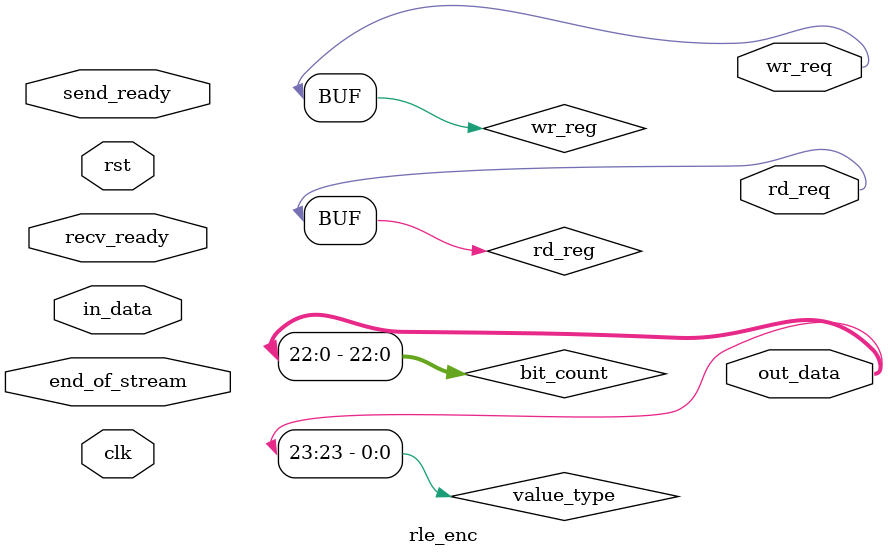
<source format=v>

module rle_enc (clk, rst, rd_req , recv_ready ,send_ready, in_data , out_data, end_of_stream ,wr_req);
input clk,rst; 				//Use global Clk and Reset
input recv_ready,send_ready;		//recv_ready indicates input side FIFO is not empty. send_ready indicates output side FIFO is not full
input [7:0] in_data;			//input data comes from input side FIFO
input end_of_stream ;			//Indicate the end of bit stream. Flush out the last segment to FIFO.
output [23:0] out_data;			//Output data to output side FIFO. [23] has bit ID, [22:0] has bit counting value
output rd_req,wr_req;			//Read request for input side FIFO

reg rd_reg,wr_reg;			//Write request for output side FIFO
reg [22:0] bit_count;			//Store number of consecutive bits in bit stream
reg [3:0] shift_count;			//Current shift amount of shift_buf
reg value_type;				//Bit ID
reg [7:0] shift_buf;			//Store 8 bit segment of bit stream comes from input side FIFO
					//Will be shifted out to calculate number of bits
reg [3:0] state;
reg [3:0] next_state;

reg new_bitstream; 			//Indicate new consecutive bit is starting. Current encoded data segment is passed to output side FIFO

//Reference the state machine for Lab slide.
parameter INIT  = 4'b0000,REQUEST_INPUT = 4'b0001,WAIT_INPUT = 4'b0010,COUNT_BITS = 4'b0011,
SHIFT_BITS = 4'b0100,COUNT_DONE = 4'b0101,WAIT_OUTPUT = 4'b0110, RESET_COUNT = 4'b0111, READ_INPUT  = 4'b1000;

always @(state or recv_ready or send_ready or end_of_stream or bit_count or new_bitstream or shift_count) begin
	case(state)
		INIT: begin
			next_state = REQUEST_INPUT;
		end
		REQUEST_INPUT: begin
			if(recv_ready) next_state = WAIT_INPUT;
			else if(end_of_stream  && bit_count) next_state = COUNT_DONE;
			else next_state = REQUEST_INPUT;
		end
		WAIT_INPUT: next_state = READ_INPUT ;
		READ_INPUT : next_state = COUNT_BITS;
		COUNT_BITS: next_state = SHIFT_BITS;
		SHIFT_BITS:
		begin
			if(new_bitstream) next_state = COUNT_DONE;
			else begin
				if(shift_count == 7) next_state = REQUEST_INPUT;
				else next_state = COUNT_BITS;
			end
		end
		COUNT_DONE:
		begin
			if(send_ready) next_state = WAIT_OUTPUT ;
			else next_state = COUNT_DONE;
		end
		WAIT_OUTPUT : next_state = RESET_COUNT ;
		RESET_COUNT : begin
			if(end_of_stream ) next_state = INIT;
			else next_state = COUNT_BITS;
		end
		default: next_state = INIT;
	endcase
end

always @(posedge clk) begin
	if(rst) state <= INIT;
	else state <= next_state;

	case(state)
	INIT: begin
		//Initialize registers
	end
	REQUEST_INPUT: begin
		//Assert rd_req signal to FIFO by setting rd_reg
		//FIFO takes rd_req signal at next clock
	end
	WAIT_INPUT: begin
		//De-assert rd_req by setting rd_reg
	end
	READ_INPUT : begin
		//FIFO provides valid data after taking rd_req
		//shift_buf stores 8 bit input data
	end
	COUNT_BITS: begin
		//Count number of consecutive bits in shift_buf
		//If new type of bit starts, store bit ID in value_type register
		//If current value_type and shift_buf[0] is not matched, notify current encoding is completed and new encoding will be started
		if(new_bitstream) begin

		end
		else begin
			if(shift_buf[0] == value_type) begin

			end
			else begin

			end
		end
	end
	SHIFT_BITS: begin
		//Right shift the shift_buf
		//Increase shift_count
		if(!new_bitstream) begin

		end
	end
	COUNT_DONE: begin
		//Assert wr_req by setting wr_reg
		//FIFO will take wr_req signal in next clock cycle
	end
	WAIT_OUTPUT : begin
		//De-assert wr_req by setting wr_reg
	end
	RESET_COUNT : begin
		//Reset bit counting register after passing encoded data to output side FIFO
	end
	endcase
end

assign rd_req = rd_reg;
assign wr_req = wr_reg;
assign out_data[23] = value_type;
assign out_data[22:0] = bit_count[22:0];
endmodule
</source>
